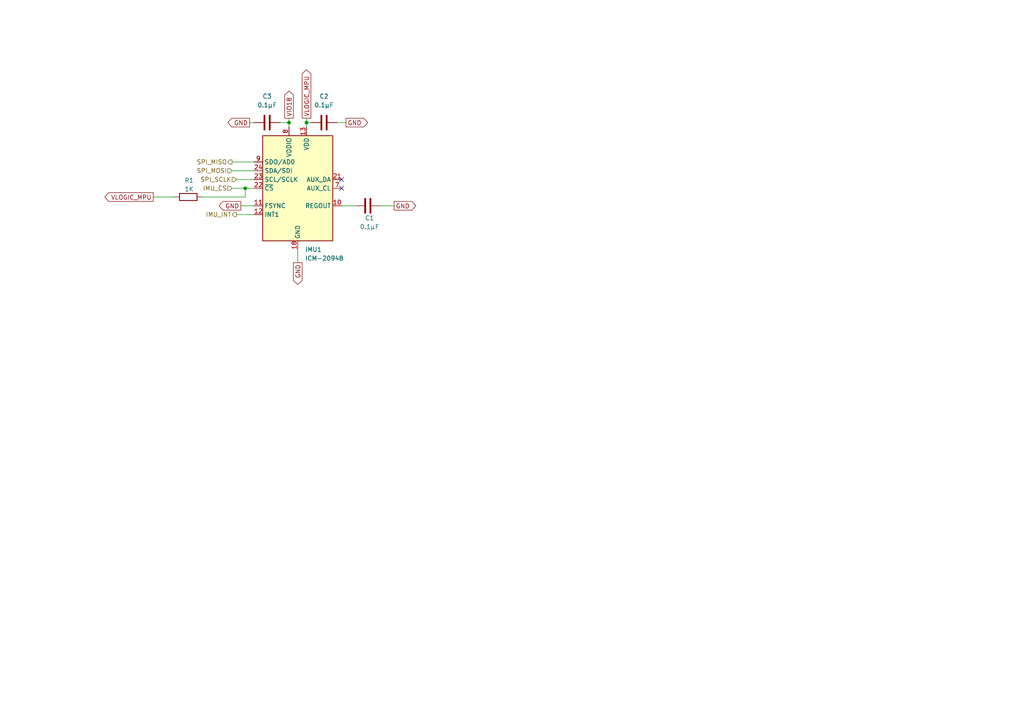
<source format=kicad_sch>
(kicad_sch (version 20250114) (generator "eeschema") (generator_version "9.0")
  (paper "A4")
  (lib_symbols
    (symbol "Device:C" (pin_numbers (hide yes)) (pin_names (offset 0.254))
      (property "Reference" "C" (at 0.635 2.54 0))
      (property "Value" "C" (at 0.635 -2.54 0))
      (symbol "C_0_1"
        (polyline (pts (xy -2.032 0.762) (xy 2.032 0.762)) (stroke (width 0.508)))
        (polyline (pts (xy -2.032 -0.762) (xy 2.032 -0.762)) (stroke (width 0.508)))
      )
      (symbol "C_1_1"
        (pin passive line (at 0 3.81 270) (length 2.794) (name "~") (number "1"))
        (pin passive line (at 0 -3.81 90) (length 2.794) (name "~") (number "2"))
      )
    )
    (symbol "Device:R" (pin_numbers (hide yes)) (pin_names (offset 0))
      (property "Reference" "R" (at 2.032 0 90))
      (property "Value" "R" (at 0 0 90))
      (symbol "R_0_1"
        (rectangle (start -1.016 -2.54) (end 1.016 2.54) (stroke (width 0.254)))
      )
      (symbol "R_1_1"
        (pin passive line (at 0 3.81 270) (length 1.27) (name "~") (number "1"))
        (pin passive line (at 0 -3.81 90) (length 1.27) (name "~") (number "2"))
      )
    )
    (symbol "Sensor_Motion:ICM-20948"
      (property "Reference" "U" (at -11.43 16.51 0))
      (property "Value" "ICM-20948" (at 7.62 -16.51 0))
      (symbol "ICM-20948_0_1"
        (rectangle (start -10.16 15.24) (end 10.16 -15.24) (stroke (width 0.254)) (fill (type background)))
      )
      (symbol "ICM-20948_1_1"
        (pin bidirectional line (at -12.7 7.62 0) (length 2.54) (name "SDO/AD0") (number "9"))
        (pin bidirectional line (at -12.7 5.08 0) (length 2.54) (name "SDA/SDI") (number "24"))
        (pin input line (at -12.7 2.54 0) (length 2.54) (name "SCL/SCLK") (number "23"))
        (pin input line (at -12.7 0 0) (length 2.54) (name "~{CS}") (number "22"))
        (pin input line (at -12.7 -5.08 0) (length 2.54) (name "FSYNC") (number "11"))
        (pin output line (at -12.7 -7.62 0) (length 2.54) (name "INT1") (number "12"))
        (pin no_connect line (at -10.16 12.7 0) (length 2.54) (hide yes) (name "NC") (number "1"))
        (pin no_connect line (at -10.16 10.16 0) (length 2.54) (hide yes) (name "NC") (number "2"))
        (pin no_connect line (at -10.16 -2.54 0) (length 2.54) (hide yes) (name "NC") (number "3"))
        (pin no_connect line (at -10.16 -10.16 0) (length 2.54) (hide yes) (name "NC") (number "4"))
        (pin no_connect line (at -10.16 -12.7 0) (length 2.54) (hide yes) (name "NC") (number "5"))
        (pin power_in line (at -2.54 17.78 270) (length 2.54) (name "VDDIO") (number "8"))
        (pin power_in line (at 0 -17.78 90) (length 2.54) (name "GND") (number "18"))
        (pin passive line (at 0 -17.78 90) (length 2.54) (hide yes) (name "GND") (number "20"))
        (pin power_in line (at 2.54 17.78 270) (length 2.54) (name "VDD") (number "13"))
        (pin no_connect line (at 10.16 10.16 180) (length 2.54) (hide yes) (name "NC") (number "6"))
        (pin no_connect line (at 10.16 7.62 180) (length 2.54) (hide yes) (name "NC") (number "14"))
        (pin no_connect line (at 10.16 5.08 180) (length 2.54) (hide yes) (name "NC") (number "15"))
        (pin no_connect line (at 10.16 -7.62 180) (length 2.54) (hide yes) (name "NC") (number "16"))
        (pin no_connect line (at 10.16 -10.16 180) (length 2.54) (hide yes) (name "NC") (number "17"))
        (pin no_connect line (at 10.16 -12.7 180) (length 2.54) (hide yes) (name "RESV") (number "19"))
        (pin bidirectional line (at 12.7 2.54 180) (length 2.54) (name "AUX_DA") (number "21"))
        (pin output line (at 12.7 0 180) (length 2.54) (name "AUX_CL") (number "7"))
        (pin passive line (at 12.7 -5.08 180) (length 2.54) (name "REGOUT") (number "10"))
      )
    )
  )
  (junction (at 88.9 35.56))
  (junction (at 83.82 35.56))
  (junction (at 71.12 54.61))
  (no_connect (at 99.06 52.07))
  (no_connect (at 99.06 54.61))
  (wire (pts (xy 58.42 57.15) (xy 71.12 57.15)))
  (wire (pts (xy 67.31 46.99) (xy 73.66 46.99)))
  (wire (pts (xy 99.06 59.69) (xy 102.87 59.69)))
  (wire (pts (xy 71.12 57.15) (xy 71.12 54.61)))
  (wire (pts (xy 72.39 35.56) (xy 73.66 35.56)))
  (wire (pts (xy 88.9 35.56) (xy 90.17 35.56)))
  (wire (pts (xy 68.58 52.07) (xy 73.66 52.07)))
  (wire (pts (xy 68.58 62.23) (xy 73.66 62.23)))
  (wire (pts (xy 83.82 35.56) (xy 83.82 36.83)))
  (wire (pts (xy 71.12 54.61) (xy 73.66 54.61)))
  (wire (pts (xy 88.9 34.29) (xy 88.9 35.56)))
  (wire (pts (xy 67.31 49.53) (xy 73.66 49.53)))
  (wire (pts (xy 44.45 57.15) (xy 50.8 57.15)))
  (wire (pts (xy 67.31 54.61) (xy 71.12 54.61)))
  (wire (pts (xy 97.79 35.56) (xy 100.33 35.56)))
  (wire (pts (xy 69.85 59.69) (xy 73.66 59.69)))
  (wire (pts (xy 110.49 59.69) (xy 114.3 59.69)))
  (wire (pts (xy 81.28 35.56) (xy 83.82 35.56)))
  (wire (pts (xy 86.36 72.39) (xy 86.36 76.2)))
  (wire (pts (xy 83.82 34.29) (xy 83.82 35.56)))
  (wire (pts (xy 88.9 35.56) (xy 88.9 36.83)))
  (global_label "GND" (shape output) (at 69.85 59.69 180) (property "Intersheetrefs" "${INTERSHEET_REFS}" (effects (hide yes))))
  (global_label "GND" (shape output) (at 114.3 59.69 0) (property "Intersheetrefs" "${INTERSHEET_REFS}" (effects (hide yes))))
  (global_label "GND" (shape output) (at 72.39 35.56 180) (property "Intersheetrefs" "${INTERSHEET_REFS}" (effects (hide yes))))
  (global_label "GND" (shape output) (at 100.33 35.56 0) (property "Intersheetrefs" "${INTERSHEET_REFS}" (effects (hide yes))))
  (global_label "VIO18" (shape output) (at 83.82 34.29 90) (property "Intersheetrefs" "${INTERSHEET_REFS}" (effects (hide yes))))
  (global_label "VLOGIC_MPU" (shape output) (at 88.9 34.29 90) (property "Intersheetrefs" "${INTERSHEET_REFS}" (effects (hide yes))))
  (global_label "VLOGIC_MPU" (shape output) (at 44.45 57.15 180) (property "Intersheetrefs" "${INTERSHEET_REFS}" (effects (hide yes))))
  (global_label "GND" (shape output) (at 86.36 76.2 270) (property "Intersheetrefs" "${INTERSHEET_REFS}" (effects (hide yes))))
  (hierarchical_label "SPI_SCLK" (shape input) (at 68.58 52.07 180))
  (hierarchical_label "SPI_MOSI" (shape input) (at 67.31 49.53 180))
  (hierarchical_label "SPI_MISO" (shape output) (at 67.31 46.99 180))
  (hierarchical_label "IMU_INT" (shape output) (at 68.58 62.23 180))
  (hierarchical_label "IMU_CS" (shape input) (at 67.31 54.61 180))
  (symbol (lib_id "Device:C") (at 106.68 59.69 270) (unit 1)
    (property "Reference" "C1" (at 107.188 63.246 90))
    (property "Value" "0.1µF" (at 107.188 65.786 90))
    (property "Footprint" "Capacitor_SMD:C_0603_1608Metric" (effects (hide yes)))
    (property "Description" "Unpolarized capacitor" (effects (hide yes)))
  )
  (symbol (lib_id "Device:R") (at 54.61 57.15 270) (unit 1)
    (property "Reference" "R1" (at 54.864 52.324 90))
    (property "Value" "1K" (at 54.864 54.864 90))
    (property "Footprint" "Resistor_SMD:R_0603_1608Metric" (effects (hide yes)))
    (property "Description" "Resistor" (effects (hide yes)))
  )
  (symbol (lib_id "Device:C") (at 77.47 35.56 270) (unit 1)
    (property "Reference" "C3" (at 77.47 27.94 90))
    (property "Value" "0.1µF" (at 77.47 30.48 90))
    (property "Footprint" "Capacitor_SMD:C_0603_1608Metric" (effects (hide yes)))
    (property "Description" "Unpolarized capacitor" (effects (hide yes)))
  )
  (symbol (lib_id "Device:C") (at 93.98 35.56 270) (unit 1)
    (property "Reference" "C2" (at 93.98 27.94 90))
    (property "Value" "0.1µF" (at 93.98 30.48 90))
    (property "Footprint" "Capacitor_SMD:C_0603_1608Metric" (effects (hide yes)))
    (property "Description" "Unpolarized capacitor" (effects (hide yes)))
  )
  (symbol (lib_id "Sensor_Motion:ICM-20948") (at 86.36 54.61 0) (unit 1)
    (property "Reference" "IMU1" (at 88.5033 72.39 0) (effects (justify left)))
    (property "Value" "ICM-20948" (at 88.5033 74.93 0) (effects (justify left)))
    (property "Footprint" "Sensor_Motion:InvenSense_QFN-24_3x3mm_P0.4mm" (effects (hide yes)))
    (property "Datasheet" "http://www.invensense.com/wp-content/uploads/2016/06/DS-000189-ICM-20948-v1.3.pdf" (effects (hide yes)))
    (property "Description" "InvenSense 9-Axis Motion Sensor, Accelerometer, Gyroscope, Compass, I2C/SPI, QFN-24" (effects (hide yes)))
    (property "Sim.Library" "/Users/msk-hq-nb-1221/pcb/multivibrator/magnitrometr/sim/models/icm20948_avg.lib" (effects (hide yes)))
    (property "Sim.Name" "ICM20948_AVG" (effects (hide yes)))
    (property "Sim.Device" "SUBCKT" (effects (hide yes)))
    (property "Sim.Pins" "1=NC1 2=NC2 3=NC3 4=NC4 5=NC5 6=NC6 7=AUX_CL 8=VDDIO 9=SDOAD0 10=REGOUT 11=FSYNC 12=INT1 13=VDD 14=NC14 15=NC15 16=NC16 17=NC17 18=GND_A 19=RESV 20=GND_B 21=AUX_DA 22=nCS 23=SCL 24=SDA" (effects (hide yes)))
  )
)
</source>
